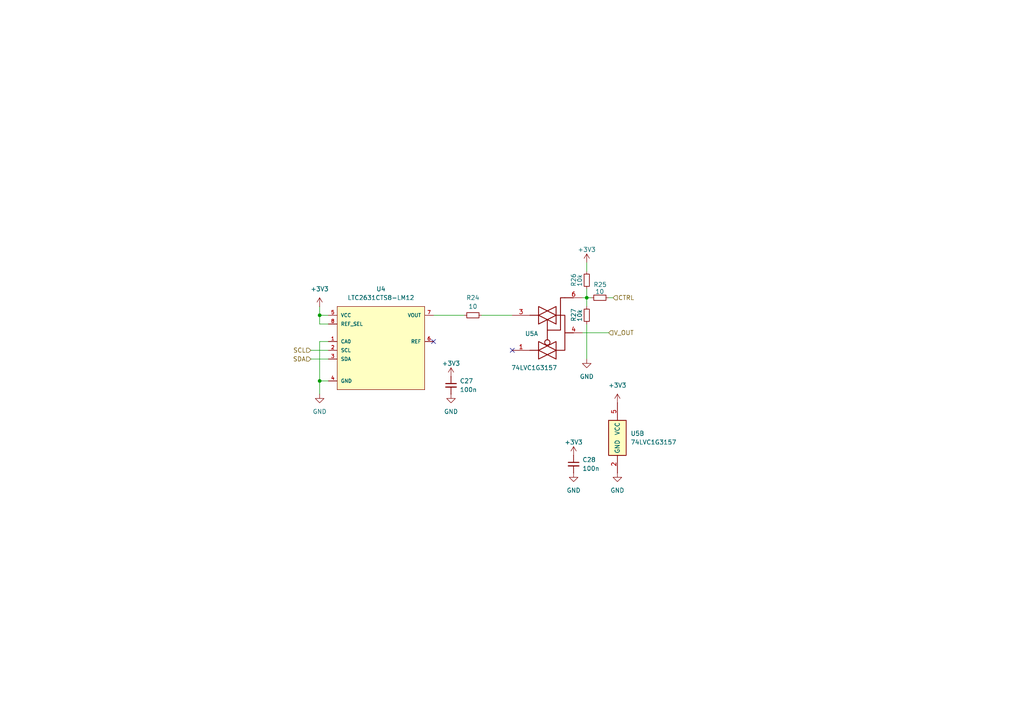
<source format=kicad_sch>
(kicad_sch (version 20250114) (generator "eeschema") (generator_version "9.0")
  (paper "A4")
  (title_block (title "LTC3119 Test Board") (date "2025-05-02") (rev "1.0") (company "Precision Based On Vibes"))
  (lib_symbols
    (symbol "74xGxx:74LVC1G3157"
      (property "Reference" "U" (at 5.08 7.62 0))
      (property "Value" "74LVC1G3157" (at 10.16 -7.62 0))
      (symbol "74LVC1G3157_1_1"
        (polyline (pts (xy -7.62 0) (xy -5.08 0)) (stroke (width 0.254)) (fill (type background)))
        (polyline (pts (xy -7.62 -10.16) (xy -5.08 -10.16)) (stroke (width 0.254)) (fill (type background)))
        (polyline (pts (xy -2.54 7.62) (xy 0 6.35) (xy -2.54 5.08) (xy -2.54 7.62)) (stroke (width 0.254)))
        (polyline (pts (xy -2.54 5.08) (xy 0 3.81) (xy -2.54 2.54) (xy -2.54 5.08)) (stroke (width 0.254)))
        (polyline (pts (xy -2.54 5.08) (xy -5.08 5.08) (xy -5.08 0) (xy -5.08 -5.08) (xy -2.54 -5.08)) (stroke (width 0.254)))
        (polyline (pts (xy -2.54 -2.54) (xy -2.54 -5.08) (xy 0 -3.81) (xy -2.54 -2.54)) (stroke (width 0.254)))
        (polyline (pts (xy -2.54 -5.08) (xy 0 -6.35) (xy -2.54 -7.62) (xy -2.54 -5.08)) (stroke (width 0.254)))
        (circle (center 0 2.794) (radius 0.762) (stroke (width 0.254)))
        (polyline (pts (xy 0 -0.762) (xy -3.81 -0.762) (xy -3.81 -10.16) (xy -5.08 -10.16)) (stroke (width 0.254)))
        (polyline (pts (xy 0 -3.81) (xy 0 2.032)) (stroke (width 0.254)))
        (polyline (pts (xy 2.54 5.08) (xy 2.54 7.62) (xy 0 6.35) (xy 2.54 5.08)) (stroke (width 0.254)))
        (polyline (pts (xy 2.54 5.08) (xy 2.54 2.54) (xy 0 3.81) (xy 2.54 5.08)) (stroke (width 0.254)))
        (polyline (pts (xy 2.54 -2.54) (xy 2.54 -5.08) (xy 0 -3.81) (xy 2.54 -2.54)) (stroke (width 0.254)))
        (polyline (pts (xy 2.54 -5.08) (xy 0 -6.35) (xy 2.54 -7.62) (xy 2.54 -5.08)) (stroke (width 0.254)))
        (polyline (pts (xy 5.08 5.08) (xy 2.54 5.08)) (stroke (width 0.254)) (fill (type background)))
        (polyline (pts (xy 5.08 -5.08) (xy 2.54 -5.08)) (stroke (width 0.254)) (fill (type background)))
        (pin bidirectional line (at -10.16 0 0) (length 5.08) (name "~") (number "4"))
        (pin input line (at -10.16 -10.16 0) (length 5.08) (name "~") (number "6"))
        (pin bidirectional line (at 10.16 5.08 180) (length 5.08) (name "~") (number "1"))
        (pin bidirectional line (at 10.16 -5.08 180) (length 5.08) (name "~") (number "3"))
      )
      (symbol "74LVC1G3157_2_1"
        (rectangle (start -2.54 5.08) (end 2.54 -5.08) (stroke (width 0.254)) (fill (type background)))
        (pin power_in line (at 0 10.16 270) (length 5.08) (name "VCC") (number "5"))
        (pin power_in line (at 0 -10.16 90) (length 5.08) (name "GND") (number "2"))
      )
    )
    (symbol "Device:C_Small" (pin_numbers (hide yes)) (pin_names (offset 0.254) (hide yes))
      (property "Reference" "C" (at 0.254 1.778 0))
      (property "Value" "C_Small" (at 0.254 -2.032 0))
      (symbol "C_Small_0_1"
        (polyline (pts (xy -1.524 0.508) (xy 1.524 0.508)) (stroke (width 0.3048)))
        (polyline (pts (xy -1.524 -0.508) (xy 1.524 -0.508)) (stroke (width 0.3302)))
      )
      (symbol "C_Small_1_1"
        (pin passive line (at 0 2.54 270) (length 2.032) (name "~") (number "1"))
        (pin passive line (at 0 -2.54 90) (length 2.032) (name "~") (number "2"))
      )
    )
    (symbol "Device:R_Small" (pin_numbers (hide yes)) (pin_names (offset 0.254) (hide yes))
      (property "Reference" "R" (at 0 0 90))
      (property "Value" "R_Small" (at 1.778 0 90))
      (symbol "R_Small_0_1"
        (rectangle (start -0.762 1.778) (end 0.762 -1.778) (stroke (width 0.2032)))
      )
      (symbol "R_Small_1_1"
        (pin passive line (at 0 2.54 270) (length 0.762) (name "~") (number "1"))
        (pin passive line (at 0 -2.54 90) (length 0.762) (name "~") (number "2"))
      )
    )
    (symbol "LTC2631CTS8-HZ12_TRMPBF:LTC2631CTS8-HZ12_TRMPBF" (pin_names (offset 1.016))
      (property "Reference" "U4" (at 20.32 10.16 0))
      (property "Value" "LTC2631CTS8-LM12_TRMPBF" (at 20.32 7.62 0))
      (symbol "LTC2631CTS8-HZ12_TRMPBF_0_0"
        (rectangle (start 7.62 3.81) (end 33.02 -20.32) (stroke (width 0.1524)) (fill (type background)))
      )
      (symbol "LTC2631CTS8-HZ12_TRMPBF_1_0"
        (pin power_in line (at 5.08 1.27 0) (length 2.54) (name "VCC") (number "5"))
        (pin passive line (at 5.08 -1.27 0) (length 2.54) (name "REF_SEL") (number "8"))
        (pin passive line (at 5.08 -6.35 0) (length 2.54) (name "CA0") (number "1"))
        (pin input line (at 5.08 -8.89 0) (length 2.54) (name "SCL") (number "2"))
        (pin bidirectional line (at 5.08 -11.43 0) (length 2.54) (name "SDA") (number "3"))
        (pin power_in line (at 5.08 -17.78 0) (length 2.54) (name "GND") (number "4"))
        (pin output line (at 35.56 1.27 180) (length 2.54) (name "VOUT") (number "7"))
        (pin bidirectional line (at 35.56 -6.35 180) (length 2.54) (name "REF") (number "6"))
      )
    )
    (symbol "power:+3V3" (power) (pin_numbers (hide yes)) (pin_names (offset 0) (hide yes))
      (property "Value" "+3V3" (at 0 3.556 0))
      (symbol "+3V3_0_1"
        (polyline (pts (xy -0.762 1.27) (xy 0 2.54)))
        (polyline (pts (xy 0 2.54) (xy 0.762 1.27)))
        (polyline (pts (xy 0 0) (xy 0 2.54)))
      )
      (symbol "+3V3_1_1"
        (pin power_in line (at 0 0 90) (length 0) (name "~") (number "1"))
      )
    )
    (symbol "power:GND" (power) (pin_numbers (hide yes)) (pin_names (offset 0) (hide yes))
      (property "Value" "GND" (at 0 -3.81 0))
      (symbol "GND_0_1"
        (polyline (pts (xy 0 0) (xy 0 -1.27) (xy 1.27 -1.27) (xy 0 -2.54) (xy -1.27 -1.27) (xy 0 -1.27)))
      )
      (symbol "GND_1_1"
        (pin power_in line (at 0 0 270) (length 0) (name "~") (number "1"))
      )
    )
  )
  (junction (at 92.71 110.49))
  (junction (at 170.18 86.36))
  (junction (at 92.71 91.44))
  (no_connect (at 148.59 101.6))
  (no_connect (at 125.73 99.06))
  (wire (pts (xy 90.17 104.14) (xy 95.25 104.14)))
  (wire (pts (xy 170.18 86.36) (xy 170.18 88.9)))
  (wire (pts (xy 148.59 91.44) (xy 139.7 91.44)))
  (wire (pts (xy 95.25 93.98) (xy 92.71 93.98)))
  (wire (pts (xy 168.91 86.36) (xy 170.18 86.36)))
  (wire (pts (xy 170.18 83.82) (xy 170.18 86.36)))
  (wire (pts (xy 170.18 76.2) (xy 170.18 78.74)))
  (wire (pts (xy 92.71 93.98) (xy 92.71 91.44)))
  (wire (pts (xy 92.71 110.49) (xy 92.71 114.3)))
  (wire (pts (xy 95.25 99.06) (xy 92.71 99.06)))
  (wire (pts (xy 170.18 86.36) (xy 171.45 86.36)))
  (wire (pts (xy 170.18 93.98) (xy 170.18 104.14)))
  (wire (pts (xy 168.91 96.52) (xy 176.53 96.52)))
  (wire (pts (xy 92.71 88.9) (xy 92.71 91.44)))
  (wire (pts (xy 90.17 101.6) (xy 95.25 101.6)))
  (wire (pts (xy 92.71 99.06) (xy 92.71 110.49)))
  (wire (pts (xy 95.25 91.44) (xy 92.71 91.44)))
  (wire (pts (xy 125.73 91.44) (xy 134.62 91.44)))
  (wire (pts (xy 95.25 110.49) (xy 92.71 110.49)))
  (wire (pts (xy 177.8 86.36) (xy 176.53 86.36)))
  (hierarchical_label "CTRL" (shape input) (at 177.8 86.36 0))
  (hierarchical_label "V_OUT" (shape input) (at 176.53 96.52 0))
  (hierarchical_label "SDA" (shape input) (at 90.17 104.14 180))
  (hierarchical_label "SCL" (shape input) (at 90.17 101.6 180))
  (symbol (lib_id "Device:R_Small") (at 137.16 91.44 90) (unit 1)
    (property "Reference" "R24" (at 137.16 86.36 90))
    (property "Value" "10" (at 137.16 88.9 90))
    (property "Footprint" "Resistor_SMD:R_0805_2012Metric_Pad1.20x1.40mm_HandSolder" (effects (hide yes)))
    (property "Description" "Resistor, small symbol" (effects (hide yes)))
  )
  (symbol (lib_id "Device:R_Small") (at 173.99 86.36 270) (unit 1)
    (property "Reference" "R25" (at 176.022 82.55 90) (effects (justify right)))
    (property "Value" "10" (at 175.26 84.582 90) (effects (justify right)))
    (property "Footprint" "Resistor_SMD:R_0805_2012Metric_Pad1.20x1.40mm_HandSolder" (effects (hide yes)))
    (property "Description" "Resistor, small symbol" (effects (hide yes)))
  )
  (symbol (lib_id "power:+3V3") (at 179.07 116.84 0) (unit 1)
    (property "Reference" "#PWR043" (effects (hide yes)))
    (property "Value" "+3V3" (at 179.07 111.76 0))
    (property "Description" "Power symbol creates a global label with name \"+3V3\"" (effects (hide yes)))
  )
  (symbol (lib_id "Device:R_Small") (at 170.18 91.44 0) (unit 1)
    (property "Reference" "R27" (at 166.37 89.408 90) (effects (justify right)))
    (property "Value" "10k" (at 168.148 89.662 90) (effects (justify right)))
    (property "Footprint" "Resistor_SMD:R_0805_2012Metric_Pad1.20x1.40mm_HandSolder" (effects (hide yes)))
    (property "Description" "Resistor, small symbol" (effects (hide yes)))
  )
  (symbol (lib_id "power:+3V3") (at 170.18 76.2 0) (unit 1)
    (property "Reference" "#PWR053" (effects (hide yes)))
    (property "Value" "+3V3" (at 170.18 72.39 0))
    (property "Description" "Power symbol creates a global label with name \"+3V3\"" (effects (hide yes)))
  )
  (symbol (lib_id "power:+3V3") (at 92.71 88.9 0) (unit 1)
    (property "Reference" "#PWR039" (effects (hide yes)))
    (property "Value" "+3V3" (at 92.71 83.82 0))
    (property "Description" "Power symbol creates a global label with name \"+3V3\"" (effects (hide yes)))
  )
  (symbol (lib_id "power:+3V3") (at 166.37 132.08 0) (unit 1)
    (property "Reference" "#PWR045" (effects (hide yes)))
    (property "Value" "+3V3" (at 166.37 128.27 0))
    (property "Description" "Power symbol creates a global label with name \"+3V3\"" (effects (hide yes)))
  )
  (symbol (lib_id "power:GND") (at 179.07 137.16 0) (unit 1)
    (property "Reference" "#PWR044" (effects (hide yes)))
    (property "Value" "GND" (at 179.07 142.24 0))
    (property "Description" "Power symbol creates a global label with name \"GND\" , ground" (effects (hide yes)))
  )
  (symbol (lib_id "power:GND") (at 170.18 104.14 0) (unit 1)
    (property "Reference" "#PWR052" (effects (hide yes)))
    (property "Value" "GND" (at 170.18 109.22 0))
    (property "Description" "Power symbol creates a global label with name \"GND\" , ground" (effects (hide yes)))
  )
  (symbol (lib_id "Device:C_Small") (at 166.37 134.62 0) (unit 1)
    (property "Reference" "C28" (at 168.91 133.3562 0) (effects (justify left)))
    (property "Value" "100n" (at 168.91 135.8962 0) (effects (justify left)))
    (property "Footprint" "Capacitor_SMD:C_0805_2012Metric_Pad1.18x1.45mm_HandSolder" (effects (hide yes)))
    (property "Description" "Unpolarized capacitor, small symbol" (effects (hide yes)))
  )
  (symbol (lib_id "power:GND") (at 92.71 114.3 0) (unit 1)
    (property "Reference" "#PWR040" (effects (hide yes)))
    (property "Value" "GND" (at 92.71 119.38 0))
    (property "Description" "Power symbol creates a global label with name \"GND\" , ground" (effects (hide yes)))
  )
  (symbol (lib_id "power:GND") (at 130.81 114.3 0) (unit 1)
    (property "Reference" "#PWR041" (effects (hide yes)))
    (property "Value" "GND" (at 130.81 119.38 0))
    (property "Description" "Power symbol creates a global label with name \"GND\" , ground" (effects (hide yes)))
  )
  (symbol (lib_id "Device:R_Small") (at 170.18 81.28 0) (unit 1)
    (property "Reference" "R26" (at 166.37 79.248 90) (effects (justify right)))
    (property "Value" "10k" (at 168.148 79.502 90) (effects (justify right)))
    (property "Footprint" "Resistor_SMD:R_0805_2012Metric_Pad1.20x1.40mm_HandSolder" (effects (hide yes)))
    (property "Description" "Resistor, small symbol" (effects (hide yes)))
  )
  (symbol (lib_id "LTC2631CTS8-HZ12_TRMPBF:LTC2631CTS8-HZ12_TRMPBF") (at 90.17 92.71 0) (unit 1)
    (property "Reference" "U4" (at 110.49 83.82 0))
    (property "Value" "LTC2631CTS8-LM12" (at 110.49 86.36 0))
    (property "Footprint" "Package_TO_SOT_SMD:TSOT-23-8_HandSoldering" (effects (hide yes)))
  )
  (symbol (lib_id "74xGxx:74LVC1G3157") (at 179.07 127 0) (unit 2)
    (property "Reference" "U5" (at 182.88 125.7299 0) (effects (justify left)))
    (property "Value" "74LVC1G3157" (at 182.88 128.2699 0) (effects (justify left)))
    (property "Footprint" "Package_TO_SOT_SMD:SOT-23-6_Handsoldering" (effects (hide yes)))
    (property "Datasheet" "http://www.ti.com/lit/sg/scyt129e/scyt129e.pdf" (effects (hide yes)))
    (property "Description" "SPDT Analog Switch, Low-Voltage CMOS" (effects (hide yes)))
  )
  (symbol (lib_id "power:GND") (at 166.37 137.16 0) (unit 1)
    (property "Reference" "#PWR046" (effects (hide yes)))
    (property "Value" "GND" (at 166.37 142.24 0))
    (property "Description" "Power symbol creates a global label with name \"GND\" , ground" (effects (hide yes)))
  )
  (symbol (lib_id "Device:C_Small") (at 130.81 111.76 0) (unit 1)
    (property "Reference" "C27" (at 133.35 110.4962 0) (effects (justify left)))
    (property "Value" "100n" (at 133.35 113.0362 0) (effects (justify left)))
    (property "Footprint" "Capacitor_SMD:C_0805_2012Metric_Pad1.18x1.45mm_HandSolder" (effects (hide yes)))
    (property "Description" "Unpolarized capacitor, small symbol" (effects (hide yes)))
  )
  (symbol (lib_id "power:+3V3") (at 130.81 109.22 0) (unit 1)
    (property "Reference" "#PWR042" (effects (hide yes)))
    (property "Value" "+3V3" (at 130.81 105.41 0))
    (property "Description" "Power symbol creates a global label with name \"+3V3\"" (effects (hide yes)))
  )
  (symbol (lib_id "74xGxx:74LVC1G3157") (at 158.75 96.52 180) (unit 1)
    (property "Reference" "U5" (at 154.178 96.774 0))
    (property "Value" "74LVC1G3157" (at 154.94 106.68 0))
    (property "Footprint" "Package_TO_SOT_SMD:SOT-23-6_Handsoldering" (effects (hide yes)))
    (property "Datasheet" "http://www.ti.com/lit/sg/scyt129e/scyt129e.pdf" (effects (hide yes)))
    (property "Description" "SPDT Analog Switch, Low-Voltage CMOS" (effects (hide yes)))
  )
)
</source>
